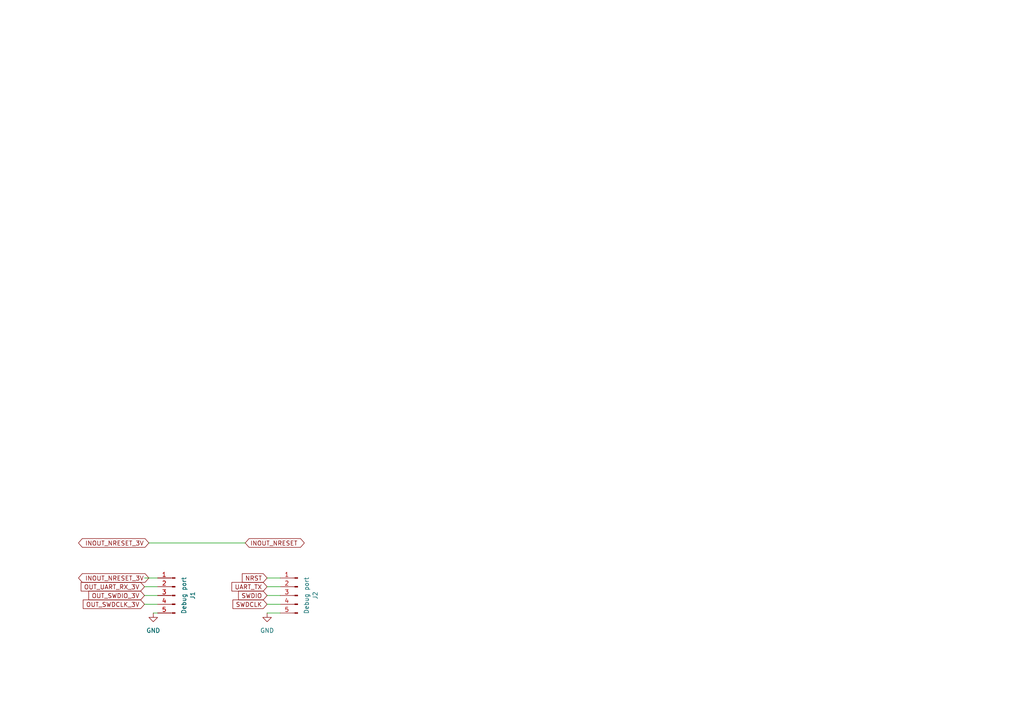
<source format=kicad_sch>
(kicad_sch (version 20231120) (generator "eeschema") (generator_version "8.0")
  (paper "A4")
  (title_block (title "GD32 5pin Level Shifter"))
  (lib_symbols
    (symbol "Connector:Conn_01x05_Male" (pin_names (offset 1.016) hide)
      (property "Reference" "J" (at 0 7.62 0))
      (property "Value" "Conn_01x05_Male" (at 0 -7.62 0))
      (symbol "Conn_01x05_Male_1_1"
        (polyline (pts (xy 1.27 -5.08) (xy 0.8636 -5.08)) (stroke (width 0.1524)))
        (polyline (pts (xy 1.27 -2.54) (xy 0.8636 -2.54)) (stroke (width 0.1524)))
        (polyline (pts (xy 1.27 0) (xy 0.8636 0)) (stroke (width 0.1524)))
        (polyline (pts (xy 1.27 2.54) (xy 0.8636 2.54)) (stroke (width 0.1524)))
        (polyline (pts (xy 1.27 5.08) (xy 0.8636 5.08)) (stroke (width 0.1524)))
        (rectangle (start 0.8636 -4.953) (end 0 -5.207) (stroke (width 0.1524)) (fill (type outline)))
        (rectangle (start 0.8636 -2.413) (end 0 -2.667) (stroke (width 0.1524)) (fill (type outline)))
        (rectangle (start 0.8636 0.127) (end 0 -0.127) (stroke (width 0.1524)) (fill (type outline)))
        (rectangle (start 0.8636 2.667) (end 0 2.413) (stroke (width 0.1524)) (fill (type outline)))
        (rectangle (start 0.8636 5.207) (end 0 4.953) (stroke (width 0.1524)) (fill (type outline)))
        (pin passive line (at 5.08 5.08 180) (length 3.81) (name "Pin_1") (number "1"))
        (pin passive line (at 5.08 2.54 180) (length 3.81) (name "Pin_2") (number "2"))
        (pin passive line (at 5.08 0 180) (length 3.81) (name "Pin_3") (number "3"))
        (pin passive line (at 5.08 -2.54 180) (length 3.81) (name "Pin_4") (number "4"))
        (pin passive line (at 5.08 -5.08 180) (length 3.81) (name "Pin_5") (number "5"))
      )
    )
    (symbol "power:GND" (power) (pin_names (offset 0))
      (property "Value" "GND" (at 0 -3.81 0))
      (symbol "GND_0_1"
        (polyline (pts (xy 0 0) (xy 0 -1.27) (xy 1.27 -1.27) (xy 0 -2.54) (xy -1.27 -1.27) (xy 0 -1.27)))
      )
      (symbol "GND_1_1"
        (pin power_in line (at 0 0 270) (length 0) hide (name "GND") (number "1"))
      )
    )
  )
  (wire (pts (xy 81.28 167.64) (xy 77.47 167.64)))
  (wire (pts (xy 81.28 172.72) (xy 77.47 172.72)))
  (wire (pts (xy 41.91 172.72) (xy 45.72 172.72)))
  (wire (pts (xy 81.28 170.18) (xy 77.47 170.18)))
  (wire (pts (xy 44.45 177.8) (xy 45.72 177.8)))
  (wire (pts (xy 41.91 167.64) (xy 45.72 167.64)))
  (wire (pts (xy 81.28 175.26) (xy 77.47 175.26)))
  (wire (pts (xy 41.91 170.18) (xy 45.72 170.18)))
  (wire (pts (xy 43.18 157.48) (xy 71.12 157.48)))
  (wire (pts (xy 41.91 175.26) (xy 45.72 175.26)))
  (wire (pts (xy 81.28 177.8) (xy 77.47 177.8)))
  (global_label "SWDCLK" (shape input) (at 77.47 175.26 180) (property "Intersheetrefs" "${INTERSHEET_REFS}" (effects (hide yes))))
  (global_label "INOUT_NRESET_3V" (shape bidirectional) (at 43.18 167.64 180) (property "Intersheetrefs" "${INTERSHEET_REFS}" (effects (hide yes))))
  (global_label "NRST" (shape input) (at 77.47 167.64 180) (property "Intersheetrefs" "${INTERSHEET_REFS}" (effects (hide yes))))
  (global_label "OUT_SWDIO_3V" (shape input) (at 41.91 172.72 180) (property "Intersheetrefs" "${INTERSHEET_REFS}" (effects (hide yes))))
  (global_label "UART_TX" (shape input) (at 77.47 170.18 180) (property "Intersheetrefs" "${INTERSHEET_REFS}" (effects (hide yes))))
  (global_label "OUT_SWDCLK_3V" (shape input) (at 41.91 175.26 180) (property "Intersheetrefs" "${INTERSHEET_REFS}" (effects (hide yes))))
  (global_label "INOUT_NRESET" (shape bidirectional) (at 71.12 157.48 0) (property "Intersheetrefs" "${INTERSHEET_REFS}" (effects (hide yes))))
  (global_label "OUT_UART_RX_3V" (shape input) (at 41.91 170.18 180) (property "Intersheetrefs" "${INTERSHEET_REFS}" (effects (hide yes))))
  (global_label "SWDIO" (shape input) (at 77.47 172.72 180) (property "Intersheetrefs" "${INTERSHEET_REFS}" (effects (hide yes))))
  (global_label "INOUT_NRESET_3V" (shape bidirectional) (at 43.18 157.48 180) (property "Intersheetrefs" "${INTERSHEET_REFS}" (effects (hide yes))))
  (symbol (lib_id "Connector:Conn_01x05_Male") (at 86.36 172.72 0) (mirror y) (unit 1)
    (property "Reference" "J2" (at 91.44 172.72 90))
    (property "Value" "Debug port" (at 88.9 172.72 90))
    (property "Footprint" "Connector_PinSocket_1.27mm:PinSocket_1x05_P1.27mm_Vertical" (effects (hide yes)))
  )
  (symbol (lib_id "power:GND") (at 44.45 177.8 0) (unit 1)
    (property "Reference" "#PWR012" (effects (hide yes)))
    (property "Value" "GND" (at 44.45 182.88 0))
  )
  (symbol (lib_id "power:GND") (at 77.47 177.8 0) (unit 1)
    (property "Reference" "#PWR013" (effects (hide yes)))
    (property "Value" "GND" (at 77.47 182.88 0))
  )
  (symbol (lib_id "Connector:Conn_01x05_Male") (at 50.8 172.72 0) (mirror y) (unit 1)
    (property "Reference" "J1" (at 55.88 172.72 90))
    (property "Value" "Debug port" (at 53.34 172.72 90))
    (property "Footprint" "Connector_JST:JST_XH_B5B-XH-A_1x05_P2.50mm_Vertical" (effects (hide yes)))
  )
)
</source>
